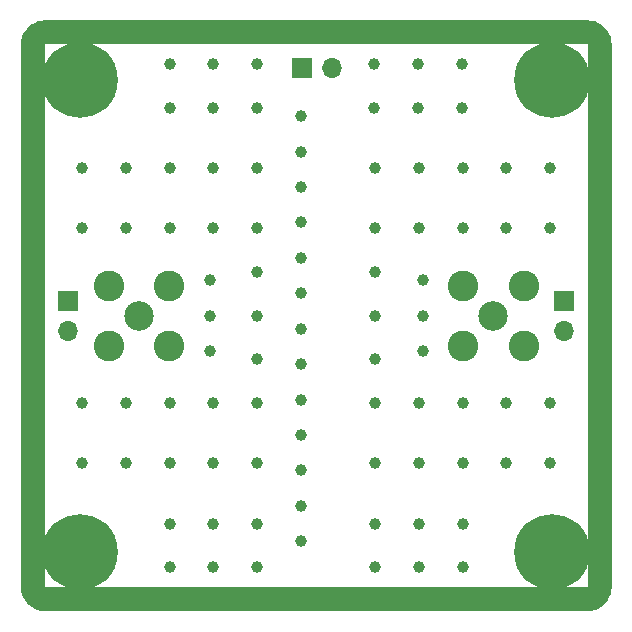
<source format=gbs>
%TF.GenerationSoftware,KiCad,Pcbnew,7.0.10-7.0.10~ubuntu22.04.1*%
%TF.CreationDate,2024-01-03T17:58:32-08:00*%
%TF.ProjectId,YamhillProtoBoard1x1,59616d68-696c-46c5-9072-6f746f426f61,A*%
%TF.SameCoordinates,Original*%
%TF.FileFunction,Soldermask,Bot*%
%TF.FilePolarity,Negative*%
%FSLAX46Y46*%
G04 Gerber Fmt 4.6, Leading zero omitted, Abs format (unit mm)*
G04 Created by KiCad (PCBNEW 7.0.10-7.0.10~ubuntu22.04.1) date 2024-01-03 17:58:32*
%MOMM*%
%LPD*%
G01*
G04 APERTURE LIST*
%ADD10C,1.000000*%
%ADD11C,0.800000*%
%ADD12C,6.400000*%
%ADD13R,1.700000X1.700000*%
%ADD14O,1.700000X1.700000*%
%ADD15C,2.500000*%
%ADD16C,2.600000*%
G04 APERTURE END LIST*
D10*
%TO.C,REF\u002A\u002A*%
X105200000Y-62500000D03*
%TD*%
%TO.C,REF\u002A\u002A*%
X105200000Y-82400000D03*
%TD*%
%TO.C,REF\u002A\u002A*%
X144800000Y-82400000D03*
%TD*%
%TO.C,REF\u002A\u002A*%
X116300000Y-57400000D03*
%TD*%
%TO.C,REF\u002A\u002A*%
X120000000Y-92600000D03*
%TD*%
%TO.C,REF\u002A\u002A*%
X112600000Y-92600000D03*
%TD*%
%TO.C,REF\u002A\u002A*%
X112600000Y-96300000D03*
%TD*%
%TO.C,REF\u002A\u002A*%
X120000000Y-67600000D03*
%TD*%
%TO.C,REF\u002A\u002A*%
X130000000Y-87500000D03*
%TD*%
%TO.C,REF\u002A\u002A*%
X130000000Y-96300000D03*
%TD*%
%TO.C,REF\u002A\u002A*%
X129900000Y-57400000D03*
%TD*%
%TO.C,REF\u002A\u002A*%
X129900000Y-53700000D03*
%TD*%
%TO.C,REF\u002A\u002A*%
X116300000Y-62500000D03*
%TD*%
%TO.C,REF\u002A\u002A*%
X130000000Y-67600000D03*
%TD*%
%TO.C,REF\u002A\u002A*%
X120000000Y-96300000D03*
%TD*%
%TO.C,REF\u002A\u002A*%
X144800000Y-62500000D03*
%TD*%
%TO.C,REF\u002A\u002A*%
X137400000Y-62500000D03*
%TD*%
%TO.C,REF\u002A\u002A*%
X133700000Y-67600000D03*
%TD*%
%TO.C,REF\u002A\u002A*%
X120000000Y-82400000D03*
%TD*%
%TO.C,REF\u002A\u002A*%
X141100000Y-62500000D03*
%TD*%
%TO.C,REF\u002A\u002A*%
X120000000Y-78700000D03*
%TD*%
%TO.C,REF\u002A\u002A*%
X120000000Y-75000000D03*
%TD*%
%TO.C,REF\u002A\u002A*%
X105200000Y-67600000D03*
%TD*%
%TO.C,REF\u002A\u002A*%
X141100000Y-82400000D03*
%TD*%
%TO.C,REF\u002A\u002A*%
X133700000Y-87500000D03*
%TD*%
%TO.C,J2*%
X116000000Y-78000000D03*
X116000000Y-75000000D03*
X116000000Y-72000000D03*
%TD*%
%TO.C,REF\u002A\u002A*%
X144800000Y-87500000D03*
%TD*%
%TO.C,REF\u002A\u002A*%
X112600000Y-82400000D03*
%TD*%
%TO.C,REF\u002A\u002A*%
X120000000Y-62500000D03*
%TD*%
%TO.C,REF\u002A\u002A*%
X116300000Y-53700000D03*
%TD*%
D11*
%TO.C,H1*%
X102600000Y-55000000D03*
X103302944Y-53302944D03*
X103302944Y-56697056D03*
X105000000Y-52600000D03*
D12*
X105000000Y-55000000D03*
D11*
X105000000Y-57400000D03*
X106697056Y-53302944D03*
X106697056Y-56697056D03*
X107400000Y-55000000D03*
%TD*%
D13*
%TO.C,J3*%
X104000000Y-73725000D03*
D14*
X104000000Y-76265000D03*
%TD*%
D10*
%TO.C,REF\u002A\u002A*%
X120000000Y-87500000D03*
%TD*%
%TO.C,REF\u002A\u002A*%
X112600000Y-57400000D03*
%TD*%
%TO.C,REF\u002A\u002A*%
X130000000Y-78700000D03*
%TD*%
%TO.C,REF\u002A\u002A*%
X130000000Y-82400000D03*
%TD*%
%TO.C,REF\u002A\u002A*%
X137400000Y-82400000D03*
%TD*%
%TO.C,REF\u002A\u002A*%
X108900000Y-62500000D03*
%TD*%
%TO.C,REF\u002A\u002A*%
X116300000Y-82400000D03*
%TD*%
D15*
%TO.C,J1*%
X110000000Y-75000000D03*
D16*
X107450000Y-72450000D03*
X107450000Y-77550000D03*
X112550000Y-72450000D03*
X112550000Y-77550000D03*
%TD*%
D10*
%TO.C,REF\u002A\u002A*%
X112600000Y-53700000D03*
%TD*%
%TO.C,REF\u002A\u002A*%
X120000000Y-71300000D03*
%TD*%
%TO.C,REF\u002A\u002A*%
X116300000Y-92600000D03*
%TD*%
%TO.C,REF\u002A\u002A*%
X116300000Y-67600000D03*
%TD*%
%TO.C,REF\u002A\u002A*%
X108900000Y-67600000D03*
%TD*%
%TO.C,REF\u002A\u002A*%
X137400000Y-96300000D03*
%TD*%
D13*
%TO.C,J5*%
X146000000Y-73725000D03*
D14*
X146000000Y-76265000D03*
%TD*%
D10*
%TO.C,REF\u002A\u002A*%
X133700000Y-82400000D03*
%TD*%
%TO.C,REF\u002A\u002A*%
X137300000Y-53700000D03*
%TD*%
%TO.C,REF\u002A\u002A*%
X133700000Y-96300000D03*
%TD*%
%TO.C,REF\u002A\u002A*%
X130000000Y-92600000D03*
%TD*%
%TO.C,REF\u002A\u002A*%
X116300000Y-87500000D03*
%TD*%
D11*
%TO.C,H2*%
X142600000Y-55000000D03*
X143302944Y-53302944D03*
X143302944Y-56697056D03*
X145000000Y-52600000D03*
D12*
X145000000Y-55000000D03*
D11*
X145000000Y-57400000D03*
X146697056Y-53302944D03*
X146697056Y-56697056D03*
X147400000Y-55000000D03*
%TD*%
D10*
%TO.C,REF\u002A\u002A*%
X133700000Y-92600000D03*
%TD*%
%TO.C,REF\u002A\u002A*%
X105200000Y-87500000D03*
%TD*%
%TO.C,REF\u002A\u002A*%
X120000000Y-57400000D03*
%TD*%
D11*
%TO.C,H4*%
X142600000Y-95000000D03*
X143302944Y-93302944D03*
X143302944Y-96697056D03*
X145000000Y-92600000D03*
D12*
X145000000Y-95000000D03*
D11*
X145000000Y-97400000D03*
X146697056Y-93302944D03*
X146697056Y-96697056D03*
X147400000Y-95000000D03*
%TD*%
D10*
%TO.C,REF\u002A\u002A*%
X130000000Y-75000000D03*
%TD*%
%TO.C,J11*%
X123700000Y-58100000D03*
X123700000Y-61100000D03*
X123700000Y-64100000D03*
X123700000Y-67100000D03*
X123700000Y-70100000D03*
X123700000Y-73100000D03*
X123700000Y-76100000D03*
X123700000Y-79100000D03*
X123700000Y-82100000D03*
X123700000Y-85100000D03*
X123700000Y-88100000D03*
X123700000Y-91100000D03*
X123700000Y-94100000D03*
%TD*%
D11*
%TO.C,H3*%
X102600000Y-95000000D03*
X103302944Y-93302944D03*
X103302944Y-96697056D03*
X105000000Y-92600000D03*
D12*
X105000000Y-95000000D03*
D11*
X105000000Y-97400000D03*
X106697056Y-93302944D03*
X106697056Y-96697056D03*
X107400000Y-95000000D03*
%TD*%
D10*
%TO.C,REF\u002A\u002A*%
X130000000Y-71300000D03*
%TD*%
%TO.C,REF\u002A\u002A*%
X137400000Y-92600000D03*
%TD*%
%TO.C,REF\u002A\u002A*%
X112600000Y-62500000D03*
%TD*%
%TO.C,REF\u002A\u002A*%
X144800000Y-67600000D03*
%TD*%
%TO.C,REF\u002A\u002A*%
X108900000Y-87500000D03*
%TD*%
%TO.C,REF\u002A\u002A*%
X112600000Y-87500000D03*
%TD*%
%TO.C,REF\u002A\u002A*%
X137400000Y-67600000D03*
%TD*%
%TO.C,REF\u002A\u002A*%
X141100000Y-67600000D03*
%TD*%
%TO.C,REF\u002A\u002A*%
X137300000Y-57400000D03*
%TD*%
%TO.C,REF\u002A\u002A*%
X130000000Y-62500000D03*
%TD*%
%TO.C,REF\u002A\u002A*%
X116300000Y-96300000D03*
%TD*%
%TO.C,J6*%
X134000000Y-78000000D03*
X134000000Y-75000000D03*
X134000000Y-72000000D03*
%TD*%
%TO.C,REF\u002A\u002A*%
X133600000Y-57400000D03*
%TD*%
%TO.C,REF\u002A\u002A*%
X133700000Y-62500000D03*
%TD*%
%TO.C,REF\u002A\u002A*%
X112600000Y-67600000D03*
%TD*%
%TO.C,REF\u002A\u002A*%
X108900000Y-82400000D03*
%TD*%
%TO.C,REF\u002A\u002A*%
X141100000Y-87500000D03*
%TD*%
%TO.C,REF\u002A\u002A*%
X120000000Y-53700000D03*
%TD*%
%TO.C,REF\u002A\u002A*%
X137400000Y-87500000D03*
%TD*%
D15*
%TO.C,J4*%
X140000000Y-75000000D03*
D16*
X137450000Y-72450000D03*
X137450000Y-77550000D03*
X142550000Y-72450000D03*
X142550000Y-77550000D03*
%TD*%
D13*
%TO.C,J10*%
X123825000Y-54000000D03*
D14*
X126365000Y-54000000D03*
%TD*%
D10*
%TO.C,REF\u002A\u002A*%
X133600000Y-53700000D03*
%TD*%
G36*
X102003031Y-51750149D02*
G01*
X102018420Y-51750905D01*
X102030531Y-51752098D01*
X102038917Y-51753342D01*
X102102343Y-51782651D01*
X102139854Y-51841597D01*
X102139542Y-51911466D01*
X102101505Y-51970075D01*
X102037820Y-51998815D01*
X102020722Y-52000000D01*
X102000000Y-52000000D01*
X102000000Y-98000000D01*
X102020722Y-98000000D01*
X102087761Y-98019685D01*
X102133516Y-98072489D01*
X102143460Y-98141647D01*
X102114435Y-98205203D01*
X102055657Y-98242977D01*
X102038903Y-98246660D01*
X102030517Y-98247903D01*
X102018428Y-98249093D01*
X102003039Y-98249850D01*
X101996947Y-98250000D01*
X100133328Y-98250000D01*
X100066289Y-98230315D01*
X100020534Y-98177511D01*
X100009644Y-98134846D01*
X100000316Y-98004418D01*
X100000000Y-97995572D01*
X100000000Y-52004427D01*
X100000316Y-51995581D01*
X100009644Y-51865154D01*
X100034061Y-51799690D01*
X100089994Y-51757818D01*
X100133328Y-51750000D01*
X101996947Y-51750000D01*
X102003031Y-51750149D01*
G37*
G36*
X101943039Y-97769685D02*
G01*
X101988794Y-97822489D01*
X102000000Y-97874000D01*
X102000000Y-98000000D01*
X148000000Y-98000000D01*
X148000000Y-97874000D01*
X148019685Y-97806961D01*
X148072489Y-97761206D01*
X148124000Y-97750000D01*
X149876000Y-97750000D01*
X149943039Y-97769685D01*
X149988794Y-97822489D01*
X150000000Y-97874000D01*
X150000000Y-97995572D01*
X149999684Y-98004418D01*
X149980275Y-98275785D01*
X149977757Y-98293297D01*
X149920872Y-98554794D01*
X149915888Y-98571770D01*
X149822361Y-98822524D01*
X149815011Y-98838617D01*
X149686758Y-99073496D01*
X149677193Y-99088380D01*
X149516811Y-99302624D01*
X149505225Y-99315994D01*
X149315994Y-99505225D01*
X149302624Y-99516811D01*
X149088380Y-99677193D01*
X149073496Y-99686758D01*
X148838617Y-99815011D01*
X148822524Y-99822361D01*
X148571770Y-99915888D01*
X148554794Y-99920872D01*
X148293297Y-99977757D01*
X148275785Y-99980275D01*
X148004418Y-99999684D01*
X147995572Y-100000000D01*
X102004428Y-100000000D01*
X101995582Y-99999684D01*
X101724214Y-99980275D01*
X101706702Y-99977757D01*
X101445205Y-99920872D01*
X101428229Y-99915888D01*
X101177475Y-99822361D01*
X101161382Y-99815011D01*
X100926503Y-99686758D01*
X100911619Y-99677193D01*
X100697375Y-99516811D01*
X100684005Y-99505225D01*
X100494774Y-99315994D01*
X100483188Y-99302624D01*
X100322806Y-99088380D01*
X100313241Y-99073496D01*
X100184988Y-98838617D01*
X100177638Y-98822524D01*
X100084111Y-98571770D01*
X100079127Y-98554794D01*
X100022242Y-98293297D01*
X100019724Y-98275785D01*
X100000316Y-98004418D01*
X100000000Y-97995572D01*
X100000000Y-97874000D01*
X100019685Y-97806961D01*
X100072489Y-97761206D01*
X100124000Y-97750000D01*
X101876000Y-97750000D01*
X101943039Y-97769685D01*
G37*
G36*
X149933711Y-51769685D02*
G01*
X149979466Y-51822489D01*
X149990356Y-51865154D01*
X149999684Y-51995581D01*
X150000000Y-52004427D01*
X150000000Y-97995572D01*
X149999684Y-98004418D01*
X149990356Y-98134846D01*
X149965939Y-98200310D01*
X149910006Y-98242182D01*
X149866672Y-98250000D01*
X148003053Y-98250000D01*
X147996961Y-98249850D01*
X147981571Y-98249093D01*
X147969480Y-98247903D01*
X147961095Y-98246660D01*
X147897667Y-98217357D01*
X147860149Y-98158415D01*
X147860455Y-98088546D01*
X147898486Y-98029933D01*
X147962167Y-98001186D01*
X147979278Y-98000000D01*
X148000000Y-98000000D01*
X148000000Y-52000000D01*
X147979278Y-52000000D01*
X147912239Y-51980315D01*
X147866484Y-51927511D01*
X147856540Y-51858353D01*
X147885565Y-51794797D01*
X147944343Y-51757023D01*
X147961081Y-51753343D01*
X147969466Y-51752099D01*
X147981579Y-51750905D01*
X147996969Y-51750149D01*
X148003053Y-51750000D01*
X149866672Y-51750000D01*
X149933711Y-51769685D01*
G37*
G36*
X148004418Y-50000316D02*
G01*
X148275785Y-50019724D01*
X148293297Y-50022242D01*
X148554794Y-50079127D01*
X148571770Y-50084111D01*
X148822524Y-50177638D01*
X148838617Y-50184988D01*
X149073496Y-50313241D01*
X149088380Y-50322806D01*
X149302624Y-50483188D01*
X149315994Y-50494774D01*
X149505225Y-50684005D01*
X149516811Y-50697375D01*
X149677193Y-50911619D01*
X149686758Y-50926503D01*
X149815011Y-51161382D01*
X149822361Y-51177475D01*
X149915888Y-51428229D01*
X149920872Y-51445205D01*
X149977757Y-51706702D01*
X149980275Y-51724214D01*
X149999684Y-51995581D01*
X150000000Y-52004427D01*
X150000000Y-52126000D01*
X149980315Y-52193039D01*
X149927511Y-52238794D01*
X149876000Y-52250000D01*
X148124000Y-52250000D01*
X148056961Y-52230315D01*
X148011206Y-52177511D01*
X148000000Y-52126000D01*
X148000000Y-52000000D01*
X102000000Y-52000000D01*
X102000000Y-52126000D01*
X101980315Y-52193039D01*
X101927511Y-52238794D01*
X101876000Y-52250000D01*
X100124000Y-52250000D01*
X100056961Y-52230315D01*
X100011206Y-52177511D01*
X100000000Y-52126000D01*
X100000000Y-52004427D01*
X100000316Y-51995581D01*
X100019724Y-51724214D01*
X100022242Y-51706702D01*
X100079127Y-51445205D01*
X100084111Y-51428229D01*
X100177638Y-51177475D01*
X100184988Y-51161382D01*
X100313241Y-50926503D01*
X100322806Y-50911619D01*
X100483188Y-50697375D01*
X100494774Y-50684005D01*
X100684005Y-50494774D01*
X100697375Y-50483188D01*
X100911619Y-50322806D01*
X100926503Y-50313241D01*
X101161382Y-50184988D01*
X101177475Y-50177638D01*
X101428229Y-50084111D01*
X101445205Y-50079127D01*
X101706702Y-50022242D01*
X101724214Y-50019724D01*
X101995582Y-50000316D01*
X102004428Y-50000000D01*
X147995572Y-50000000D01*
X148004418Y-50000316D01*
G37*
M02*

</source>
